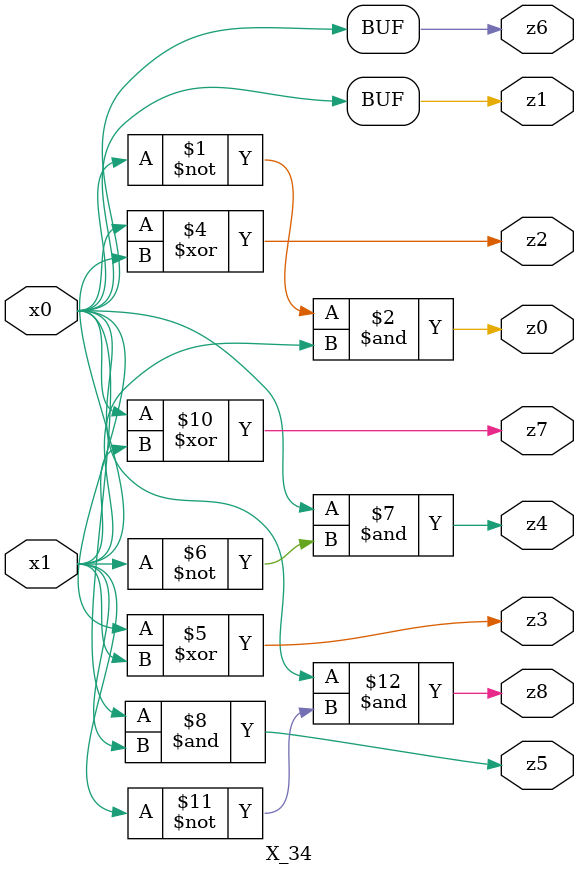
<source format=v>

module X_34 ( 
    x0, x1,
    z0, z1, z2, z3, z4, z5, z6, z7, z8  );
  input  x0, x1;
  output z0, z1, z2, z3, z4, z5, z6, z7, z8;
  assign z0 = ~x0 & x1;
  assign z1 = x1 ? x0 : x0;
  assign z2 = x0 ^ x1;
  assign z3 = x0 ^ x1;
  assign z4 = x0 & ~x1;
  assign z5 = x0 & x1;
  assign z6 = x1 ? x0 : x0;
  assign z7 = x0 ^ x1;
  assign z8 = x0 & ~x1;
endmodule



</source>
